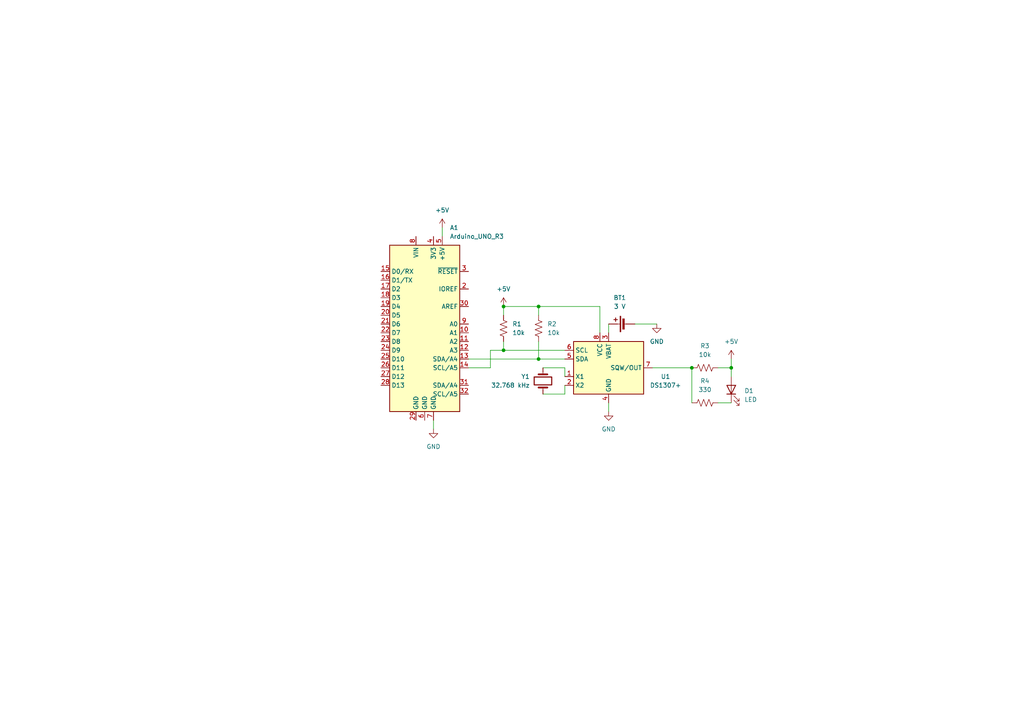
<source format=kicad_sch>
(kicad_sch (version 20230121) (generator eeschema)
  (paper "A4")
  (lib_symbols
    (symbol "Device:Battery_Cell" (pin_numbers hide) (pin_names (offset 0) hide)
      (property "Reference" "BT" (at 2.54 2.54 0))
      (property "Value" "Battery_Cell" (at 2.54 0 0))
      (symbol "Battery_Cell_0_1"
        (rectangle (start -2.286 1.778) (end 2.286 1.524) (fill (type outline)))
        (rectangle (start -1.524 1.016) (end 1.524 0.508) (fill (type outline)))
        (polyline (pts (xy 0 0.762) (xy 0 0)))
        (polyline (pts (xy 0 1.778) (xy 0 2.54)))
        (polyline (pts (xy 0.762 3.048) (xy 1.778 3.048)) (stroke (width 0.254)))
        (polyline (pts (xy 1.27 3.556) (xy 1.27 2.54)) (stroke (width 0.254)))
      )
      (symbol "Battery_Cell_1_1"
        (pin passive line (at 0 5.08 270) (length 2.54) (name "+") (number "1"))
        (pin passive line (at 0 -2.54 90) (length 2.54) (name "-") (number "2"))
      )
    )
    (symbol "Device:Crystal" (pin_numbers hide) (pin_names (offset 1.016) hide)
      (property "Reference" "Y" (at 0 3.81 0))
      (property "Value" "Crystal" (at 0 -3.81 0))
      (symbol "Crystal_0_1"
        (rectangle (start -1.143 2.54) (end 1.143 -2.54) (stroke (width 0.3048)))
        (polyline (pts (xy -2.54 0) (xy -1.905 0)))
        (polyline (pts (xy -1.905 -1.27) (xy -1.905 1.27)) (stroke (width 0.508)))
        (polyline (pts (xy 1.905 -1.27) (xy 1.905 1.27)) (stroke (width 0.508)))
        (polyline (pts (xy 2.54 0) (xy 1.905 0)))
      )
      (symbol "Crystal_1_1"
        (pin passive line (at -3.81 0 0) (length 1.27) (name "1") (number "1"))
        (pin passive line (at 3.81 0 180) (length 1.27) (name "2") (number "2"))
      )
    )
    (symbol "Device:LED" (pin_numbers hide) (pin_names (offset 1.016) hide)
      (property "Reference" "D" (at 0 2.54 0))
      (property "Value" "LED" (at 0 -2.54 0))
      (symbol "LED_0_1"
        (polyline (pts (xy -1.27 -1.27) (xy -1.27 1.27)) (stroke (width 0.254)))
        (polyline (pts (xy -1.27 0) (xy 1.27 0)))
        (polyline (pts (xy 1.27 -1.27) (xy 1.27 1.27) (xy -1.27 0) (xy 1.27 -1.27)) (stroke (width 0.254)))
        (polyline (pts (xy -3.048 -0.762) (xy -4.572 -2.286) (xy -3.81 -2.286) (xy -4.572 -2.286) (xy -4.572 -1.524)))
        (polyline (pts (xy -1.778 -0.762) (xy -3.302 -2.286) (xy -2.54 -2.286) (xy -3.302 -2.286) (xy -3.302 -1.524)))
      )
      (symbol "LED_1_1"
        (pin passive line (at -3.81 0 0) (length 2.54) (name "K") (number "1"))
        (pin passive line (at 3.81 0 180) (length 2.54) (name "A") (number "2"))
      )
    )
    (symbol "Device:R_US" (pin_numbers hide) (pin_names (offset 0))
      (property "Reference" "R" (at 2.54 0 90))
      (property "Value" "R_US" (at -2.54 0 90))
      (symbol "R_US_0_1"
        (polyline (pts (xy 0 -2.286) (xy 0 -2.54)))
        (polyline (pts (xy 0 2.286) (xy 0 2.54)))
        (polyline (pts (xy 0 -0.762) (xy 1.016 -1.143) (xy 0 -1.524) (xy -1.016 -1.905) (xy 0 -2.286)))
        (polyline (pts (xy 0 0.762) (xy 1.016 0.381) (xy 0 0) (xy -1.016 -0.381) (xy 0 -0.762)))
        (polyline (pts (xy 0 2.286) (xy 1.016 1.905) (xy 0 1.524) (xy -1.016 1.143) (xy 0 0.762)))
      )
      (symbol "R_US_1_1"
        (pin passive line (at 0 3.81 270) (length 1.27) (name "~") (number "1"))
        (pin passive line (at 0 -3.81 90) (length 1.27) (name "~") (number "2"))
      )
    )
    (symbol "MCU_Module:Arduino_UNO_R3"
      (property "Reference" "A" (at -10.16 23.495 0))
      (property "Value" "Arduino_UNO_R3" (at 5.08 -26.67 0))
      (symbol "Arduino_UNO_R3_0_1"
        (rectangle (start -10.16 22.86) (end 10.16 -25.4) (stroke (width 0.254)) (fill (type background)))
      )
      (symbol "Arduino_UNO_R3_1_1"
        (pin no_connect line (at -10.16 -20.32 0) (length 2.54) hide (name "NC") (number "1"))
        (pin bidirectional line (at 12.7 -2.54 180) (length 2.54) (name "A1") (number "10"))
        (pin bidirectional line (at 12.7 -5.08 180) (length 2.54) (name "A2") (number "11"))
        (pin bidirectional line (at 12.7 -7.62 180) (length 2.54) (name "A3") (number "12"))
        (pin bidirectional line (at 12.7 -10.16 180) (length 2.54) (name "SDA/A4") (number "13"))
        (pin bidirectional line (at 12.7 -12.7 180) (length 2.54) (name "SCL/A5") (number "14"))
        (pin bidirectional line (at -12.7 15.24 0) (length 2.54) (name "D0/RX") (number "15"))
        (pin bidirectional line (at -12.7 12.7 0) (length 2.54) (name "D1/TX") (number "16"))
        (pin bidirectional line (at -12.7 10.16 0) (length 2.54) (name "D2") (number "17"))
        (pin bidirectional line (at -12.7 7.62 0) (length 2.54) (name "D3") (number "18"))
        (pin bidirectional line (at -12.7 5.08 0) (length 2.54) (name "D4") (number "19"))
        (pin output line (at 12.7 10.16 180) (length 2.54) (name "IOREF") (number "2"))
        (pin bidirectional line (at -12.7 2.54 0) (length 2.54) (name "D5") (number "20"))
        (pin bidirectional line (at -12.7 0 0) (length 2.54) (name "D6") (number "21"))
        (pin bidirectional line (at -12.7 -2.54 0) (length 2.54) (name "D7") (number "22"))
        (pin bidirectional line (at -12.7 -5.08 0) (length 2.54) (name "D8") (number "23"))
        (pin bidirectional line (at -12.7 -7.62 0) (length 2.54) (name "D9") (number "24"))
        (pin bidirectional line (at -12.7 -10.16 0) (length 2.54) (name "D10") (number "25"))
        (pin bidirectional line (at -12.7 -12.7 0) (length 2.54) (name "D11") (number "26"))
        (pin bidirectional line (at -12.7 -15.24 0) (length 2.54) (name "D12") (number "27"))
        (pin bidirectional line (at -12.7 -17.78 0) (length 2.54) (name "D13") (number "28"))
        (pin power_in line (at -2.54 -27.94 90) (length 2.54) (name "GND") (number "29"))
        (pin input line (at 12.7 15.24 180) (length 2.54) (name "~{RESET}") (number "3"))
        (pin input line (at 12.7 5.08 180) (length 2.54) (name "AREF") (number "30"))
        (pin bidirectional line (at 12.7 -17.78 180) (length 2.54) (name "SDA/A4") (number "31"))
        (pin bidirectional line (at 12.7 -20.32 180) (length 2.54) (name "SCL/A5") (number "32"))
        (pin power_out line (at 2.54 25.4 270) (length 2.54) (name "3V3") (number "4"))
        (pin power_out line (at 5.08 25.4 270) (length 2.54) (name "+5V") (number "5"))
        (pin power_in line (at 0 -27.94 90) (length 2.54) (name "GND") (number "6"))
        (pin power_in line (at 2.54 -27.94 90) (length 2.54) (name "GND") (number "7"))
        (pin power_in line (at -2.54 25.4 270) (length 2.54) (name "VIN") (number "8"))
        (pin bidirectional line (at 12.7 0 180) (length 2.54) (name "A0") (number "9"))
      )
    )
    (symbol "Timer_RTC:DS1307+"
      (property "Reference" "U" (at -8.89 8.89 0))
      (property "Value" "DS1307+" (at 1.27 8.89 0))
      (symbol "DS1307+_0_1"
        (rectangle (start -10.16 7.62) (end 10.16 -7.62) (stroke (width 0.254)) (fill (type background)))
      )
      (symbol "DS1307+_1_1"
        (pin input line (at -12.7 -2.54 0) (length 2.54) (name "X1") (number "1"))
        (pin input line (at -12.7 -5.08 0) (length 2.54) (name "X2") (number "2"))
        (pin power_in line (at 0 10.16 270) (length 2.54) (name "VBAT") (number "3"))
        (pin power_in line (at 0 -10.16 90) (length 2.54) (name "GND") (number "4"))
        (pin bidirectional line (at -12.7 2.54 0) (length 2.54) (name "SDA") (number "5"))
        (pin input line (at -12.7 5.08 0) (length 2.54) (name "SCL") (number "6"))
        (pin open_collector line (at 12.7 0 180) (length 2.54) (name "SQW/OUT") (number "7"))
        (pin power_in line (at -2.54 10.16 270) (length 2.54) (name "VCC") (number "8"))
      )
    )
    (symbol "power:+5V" (power) (pin_names (offset 0))
      (property "Value" "+5V" (at 0 3.556 0))
      (symbol "+5V_0_1"
        (polyline (pts (xy -0.762 1.27) (xy 0 2.54)))
        (polyline (pts (xy 0 0) (xy 0 2.54)))
        (polyline (pts (xy 0 2.54) (xy 0.762 1.27)))
      )
      (symbol "+5V_1_1"
        (pin power_in line (at 0 0 90) (length 0) hide (name "+5V") (number "1"))
      )
    )
    (symbol "power:GND" (power) (pin_names (offset 0))
      (property "Value" "GND" (at 0 -3.81 0))
      (symbol "GND_0_1"
        (polyline (pts (xy 0 0) (xy 0 -1.27) (xy 1.27 -1.27) (xy 0 -2.54) (xy -1.27 -1.27) (xy 0 -1.27)))
      )
      (symbol "GND_1_1"
        (pin power_in line (at 0 0 270) (length 0) hide (name "GND") (number "1"))
      )
    )
  )
  (junction (at 212.09 106.68))
  (junction (at 200.66 106.68))
  (junction (at 156.21 104.14))
  (junction (at 146.05 101.6))
  (junction (at 146.05 88.9))
  (junction (at 156.21 88.9))
  (wire (pts (xy 208.28 116.84) (xy 212.09 116.84)))
  (wire (pts (xy 135.89 106.68) (xy 142.24 106.68)))
  (wire (pts (xy 212.09 104.14) (xy 212.09 106.68)))
  (wire (pts (xy 135.89 104.14) (xy 156.21 104.14)))
  (wire (pts (xy 173.99 96.52) (xy 173.99 88.9)))
  (wire (pts (xy 146.05 101.6) (xy 163.83 101.6)))
  (wire (pts (xy 200.66 106.68) (xy 200.66 116.84)))
  (wire (pts (xy 146.05 88.9) (xy 156.21 88.9)))
  (wire (pts (xy 156.21 104.14) (xy 163.83 104.14)))
  (wire (pts (xy 125.73 121.92) (xy 125.73 124.46)))
  (wire (pts (xy 146.05 91.44) (xy 146.05 88.9)))
  (wire (pts (xy 176.53 116.84) (xy 176.53 119.38)))
  (wire (pts (xy 157.48 114.3) (xy 163.83 114.3)))
  (wire (pts (xy 142.24 106.68) (xy 142.24 101.6)))
  (wire (pts (xy 142.24 101.6) (xy 146.05 101.6)))
  (wire (pts (xy 157.48 106.68) (xy 163.83 106.68)))
  (wire (pts (xy 208.28 106.68) (xy 212.09 106.68)))
  (wire (pts (xy 189.23 106.68) (xy 200.66 106.68)))
  (wire (pts (xy 176.53 93.98) (xy 176.53 96.52)))
  (wire (pts (xy 173.99 88.9) (xy 156.21 88.9)))
  (wire (pts (xy 184.15 93.98) (xy 190.5 93.98)))
  (wire (pts (xy 163.83 114.3) (xy 163.83 111.76)))
  (wire (pts (xy 128.27 66.04) (xy 128.27 68.58)))
  (wire (pts (xy 212.09 106.68) (xy 212.09 109.22)))
  (wire (pts (xy 146.05 99.06) (xy 146.05 101.6)))
  (wire (pts (xy 163.83 106.68) (xy 163.83 109.22)))
  (wire (pts (xy 156.21 91.44) (xy 156.21 88.9)))
  (wire (pts (xy 156.21 99.06) (xy 156.21 104.14)))
  (symbol (lib_id "Device:Battery_Cell") (at 181.61 93.98 90) (unit 1)
    (property "Reference" "BT1" (at 179.7685 86.36 90))
    (property "Value" "3 V" (at 179.7685 88.9 90))
  )
  (symbol (lib_id "Device:R_US") (at 156.21 95.25 0) (unit 1)
    (property "Reference" "R2" (at 158.75 93.98 0) (effects (justify left)))
    (property "Value" "10k" (at 158.75 96.52 0) (effects (justify left)))
  )
  (symbol (lib_id "power:+5V") (at 146.05 88.9 0) (unit 1)
    (property "Reference" "#PWR02" (effects hide))
    (property "Value" "+5V" (at 146.05 83.82 0))
  )
  (symbol (lib_id "Device:Crystal") (at 157.48 110.49 270) (mirror x) (unit 1)
    (property "Reference" "Y1" (at 153.67 109.22 90) (effects (justify right)))
    (property "Value" "32.768 kHz" (at 153.67 111.76 90) (effects (justify right)))
  )
  (symbol (lib_id "power:GND") (at 176.53 119.38 0) (unit 1)
    (property "Reference" "#PWR05" (effects hide))
    (property "Value" "GND" (at 176.53 124.46 0))
  )
  (symbol (lib_id "MCU_Module:Arduino_UNO_R3") (at 123.19 93.98 0) (unit 1)
    (property "Reference" "A1" (at 130.4641 66.04 0) (effects (justify left)))
    (property "Value" "Arduino_UNO_R3" (at 130.4641 68.58 0) (effects (justify left)))
    (property "Footprint" "Module:Arduino_UNO_R3" (effects hide))
    (property "Datasheet" "https://www.arduino.cc/en/Main/arduinoBoardUno" (effects hide))
  )
  (symbol (lib_id "Device:R_US") (at 204.47 106.68 90) (unit 1)
    (property "Reference" "R3" (at 204.47 100.33 90))
    (property "Value" "10k" (at 204.47 102.87 90))
  )
  (symbol (lib_id "power:+5V") (at 212.09 104.14 0) (unit 1)
    (property "Reference" "#PWR03" (effects hide))
    (property "Value" "+5V" (at 212.09 99.06 0))
  )
  (symbol (lib_id "power:GND") (at 125.73 124.46 0) (unit 1)
    (property "Reference" "#PWR06" (effects hide))
    (property "Value" "GND" (at 125.73 129.54 0))
  )
  (symbol (lib_id "power:GND") (at 190.5 93.98 0) (unit 1)
    (property "Reference" "#PWR01" (effects hide))
    (property "Value" "GND" (at 190.5 99.06 0))
  )
  (symbol (lib_id "Device:R_US") (at 204.47 116.84 90) (unit 1)
    (property "Reference" "R4" (at 204.47 110.49 90))
    (property "Value" "330" (at 204.47 113.03 90))
  )
  (symbol (lib_id "Device:R_US") (at 146.05 95.25 0) (unit 1)
    (property "Reference" "R1" (at 148.59 93.98 0) (effects (justify left)))
    (property "Value" "10k" (at 148.59 96.52 0) (effects (justify left)))
  )
  (symbol (lib_id "Device:LED") (at 212.09 113.03 90) (unit 1)
    (property "Reference" "D1" (at 215.9 113.3475 90) (effects (justify right)))
    (property "Value" "LED" (at 215.9 115.8875 90) (effects (justify right)))
  )
  (symbol (lib_id "power:+5V") (at 128.27 66.04 0) (unit 1)
    (property "Reference" "#PWR04" (effects hide))
    (property "Value" "+5V" (at 128.27 60.96 0))
  )
  (symbol (lib_id "Timer_RTC:DS1307+") (at 176.53 106.68 0) (unit 1)
    (property "Reference" "U1" (at 193.04 109.22 0))
    (property "Value" "DS1307+" (at 193.04 111.76 0))
    (property "Footprint" "Package_DIP:DIP-8_W7.62mm" (effects hide))
    (property "Datasheet" "https://datasheets.maximintegrated.com/en/ds/DS1307.pdf" (effects hide))
  )
)
</source>
